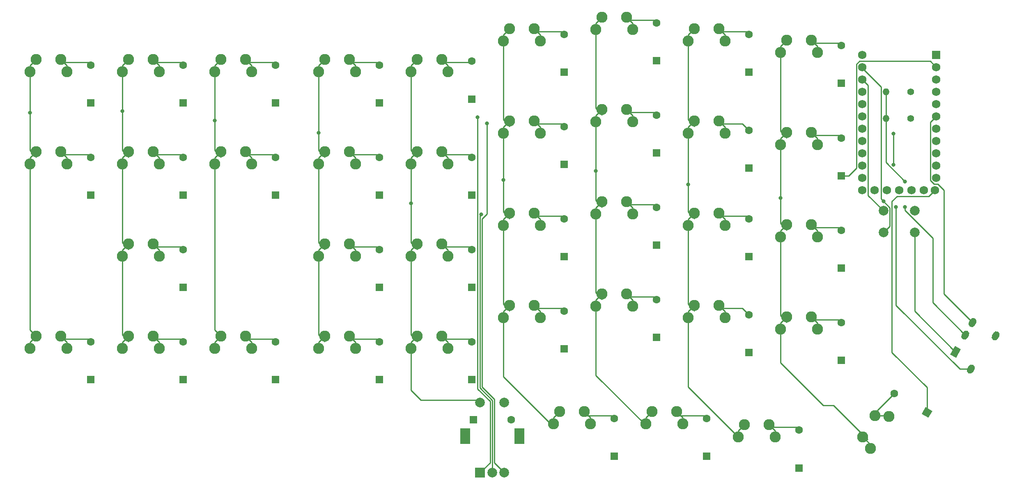
<source format=gbr>
%TF.GenerationSoftware,KiCad,Pcbnew,(5.1.9-0-10_14)*%
%TF.CreationDate,2021-04-25T18:42:27-05:00*%
%TF.ProjectId,wren-nav,7772656e-2d6e-4617-962e-6b696361645f,rev?*%
%TF.SameCoordinates,Original*%
%TF.FileFunction,Copper,L1,Top*%
%TF.FilePolarity,Positive*%
%FSLAX46Y46*%
G04 Gerber Fmt 4.6, Leading zero omitted, Abs format (unit mm)*
G04 Created by KiCad (PCBNEW (5.1.9-0-10_14)) date 2021-04-25 18:42:27*
%MOMM*%
%LPD*%
G01*
G04 APERTURE LIST*
%TA.AperFunction,ComponentPad*%
%ADD10C,1.752600*%
%TD*%
%TA.AperFunction,ComponentPad*%
%ADD11R,1.752600X1.752600*%
%TD*%
%TA.AperFunction,ComponentPad*%
%ADD12C,2.286000*%
%TD*%
%TA.AperFunction,ComponentPad*%
%ADD13C,1.600000*%
%TD*%
%TA.AperFunction,ComponentPad*%
%ADD14R,1.600000X1.600000*%
%TD*%
%TA.AperFunction,ComponentPad*%
%ADD15O,1.400000X1.400000*%
%TD*%
%TA.AperFunction,ComponentPad*%
%ADD16C,1.400000*%
%TD*%
%TA.AperFunction,ComponentPad*%
%ADD17C,0.100000*%
%TD*%
%TA.AperFunction,ComponentPad*%
%ADD18C,2.000000*%
%TD*%
%TA.AperFunction,ComponentPad*%
%ADD19R,2.000000X3.200000*%
%TD*%
%TA.AperFunction,ComponentPad*%
%ADD20R,2.000000X2.000000*%
%TD*%
%TA.AperFunction,ViaPad*%
%ADD21C,0.800000*%
%TD*%
%TA.AperFunction,Conductor*%
%ADD22C,0.250000*%
%TD*%
G04 APERTURE END LIST*
D10*
%TO.P,U1,25*%
%TO.N,Net-(U1-Pad25)*%
X246380000Y-58420000D03*
%TO.P,U1,26*%
%TO.N,Net-(U1-Pad26)*%
X243840000Y-58420000D03*
%TO.P,U1,27*%
%TO.N,Net-(U1-Pad27)*%
X241300000Y-58420000D03*
%TO.P,U1,28*%
%TO.N,Net-(U1-Pad28)*%
X238760000Y-58420000D03*
%TO.P,U1,29*%
%TO.N,Net-(U1-Pad29)*%
X236220000Y-58420000D03*
%TO.P,U1,24*%
%TO.N,Net-(U1-Pad24)*%
X233680000Y-30480000D03*
%TO.P,U1,12*%
%TO.N,ROW4*%
X248691400Y-58420000D03*
%TO.P,U1,23*%
%TO.N,GND*%
X233680000Y-33020000D03*
%TO.P,U1,22*%
%TO.N,Net-(SW0-Pad1)*%
X233680000Y-35560000D03*
%TO.P,U1,21*%
%TO.N,VCC*%
X233680000Y-38100000D03*
%TO.P,U1,20*%
%TO.N,COL7*%
X233680000Y-40640000D03*
%TO.P,U1,19*%
%TO.N,COL6*%
X233680000Y-43180000D03*
%TO.P,U1,18*%
%TO.N,COL5*%
X233680000Y-45720000D03*
%TO.P,U1,17*%
%TO.N,COL4*%
X233680000Y-48260000D03*
%TO.P,U1,16*%
%TO.N,COL3*%
X233680000Y-50800000D03*
%TO.P,U1,15*%
%TO.N,COL2*%
X233680000Y-53340000D03*
%TO.P,U1,14*%
%TO.N,COL1*%
X233680000Y-55880000D03*
%TO.P,U1,13*%
%TO.N,COL0*%
X233680000Y-58420000D03*
%TO.P,U1,11*%
%TO.N,RIGHT*%
X248920000Y-55880000D03*
%TO.P,U1,10*%
%TO.N,LEFT*%
X248920000Y-53340000D03*
%TO.P,U1,9*%
%TO.N,COL8*%
X248920000Y-50800000D03*
%TO.P,U1,8*%
%TO.N,ROW2*%
X248920000Y-48260000D03*
%TO.P,U1,7*%
%TO.N,ROW3*%
X248920000Y-45720000D03*
%TO.P,U1,6*%
%TO.N,SCL*%
X248920000Y-43180000D03*
%TO.P,U1,5*%
%TO.N,SDA*%
X248920000Y-40640000D03*
%TO.P,U1,4*%
%TO.N,Net-(U1-Pad4)*%
X248920000Y-38100000D03*
%TO.P,U1,3*%
%TO.N,Net-(U1-Pad3)*%
X248920000Y-35560000D03*
%TO.P,U1,2*%
%TO.N,ROW1*%
X248920000Y-33020000D03*
D11*
%TO.P,U1,1*%
%TO.N,ROW0*%
X248920000Y-30480000D03*
%TD*%
D12*
%TO.P,MX9,1*%
%TO.N,COL8*%
X62071250Y-33972500D03*
%TO.P,MX9,2*%
%TO.N,Net-(D9-Pad2)*%
X68421250Y-31432500D03*
%TO.P,MX9,1*%
%TO.N,COL8*%
X63341250Y-31432500D03*
%TO.P,MX9,2*%
%TO.N,Net-(D9-Pad2)*%
X69691250Y-33972500D03*
%TD*%
%TO.P,MX39,1*%
%TO.N,COL8*%
X62071250Y-91122500D03*
%TO.P,MX39,2*%
%TO.N,Net-(D39-Pad2)*%
X68421250Y-88582500D03*
%TO.P,MX39,1*%
%TO.N,COL8*%
X63341250Y-88582500D03*
%TO.P,MX39,2*%
%TO.N,Net-(D39-Pad2)*%
X69691250Y-91122500D03*
%TD*%
%TO.P,MX41,1*%
%TO.N,COL0*%
X235379295Y-111789307D03*
%TO.P,MX41,2*%
%TO.N,Net-(D41-Pad2)*%
X236354591Y-105020045D03*
%TO.P,MX41,1*%
%TO.N,COL0*%
X233814591Y-109419455D03*
%TO.P,MX41,2*%
%TO.N,Net-(D41-Pad2)*%
X239189295Y-105190193D03*
%TD*%
%TO.P,MX15,1*%
%TO.N,COL4*%
X140652500Y-53022500D03*
%TO.P,MX15,2*%
%TO.N,Net-(D15-Pad2)*%
X147002500Y-50482500D03*
%TO.P,MX15,1*%
%TO.N,COL4*%
X141922500Y-50482500D03*
%TO.P,MX15,2*%
%TO.N,Net-(D15-Pad2)*%
X148272500Y-53022500D03*
%TD*%
%TO.P,MX44,1*%
%TO.N,COL3*%
X170015000Y-106711750D03*
%TO.P,MX44,2*%
%TO.N,Net-(D44-Pad2)*%
X176365000Y-104171750D03*
%TO.P,MX44,1*%
%TO.N,COL3*%
X171285000Y-104171750D03*
%TO.P,MX44,2*%
%TO.N,Net-(D44-Pad2)*%
X177635000Y-106711750D03*
%TD*%
%TO.P,MX43,1*%
%TO.N,COL2*%
X189065000Y-106711750D03*
%TO.P,MX43,2*%
%TO.N,Net-(D43-Pad2)*%
X195415000Y-104171750D03*
%TO.P,MX43,1*%
%TO.N,COL2*%
X190335000Y-104171750D03*
%TO.P,MX43,2*%
%TO.N,Net-(D43-Pad2)*%
X196685000Y-106711750D03*
%TD*%
%TO.P,MX42,1*%
%TO.N,COL1*%
X208115000Y-109378750D03*
%TO.P,MX42,2*%
%TO.N,Net-(D42-Pad2)*%
X214465000Y-106838750D03*
%TO.P,MX42,1*%
%TO.N,COL1*%
X209385000Y-106838750D03*
%TO.P,MX42,2*%
%TO.N,Net-(D42-Pad2)*%
X215735000Y-109378750D03*
%TD*%
%TO.P,MX38,1*%
%TO.N,COL7*%
X81121250Y-91122500D03*
%TO.P,MX38,2*%
%TO.N,Net-(D38-Pad2)*%
X87471250Y-88582500D03*
%TO.P,MX38,1*%
%TO.N,COL7*%
X82391250Y-88582500D03*
%TO.P,MX38,2*%
%TO.N,Net-(D38-Pad2)*%
X88741250Y-91122500D03*
%TD*%
%TO.P,MX37,1*%
%TO.N,COL6*%
X100171250Y-91122500D03*
%TO.P,MX37,2*%
%TO.N,Net-(D37-Pad2)*%
X106521250Y-88582500D03*
%TO.P,MX37,1*%
%TO.N,COL6*%
X101441250Y-88582500D03*
%TO.P,MX37,2*%
%TO.N,Net-(D37-Pad2)*%
X107791250Y-91122500D03*
%TD*%
%TO.P,MX36,1*%
%TO.N,COL5*%
X121602500Y-91122500D03*
%TO.P,MX36,2*%
%TO.N,Net-(D36-Pad2)*%
X127952500Y-88582500D03*
%TO.P,MX36,1*%
%TO.N,COL5*%
X122872500Y-88582500D03*
%TO.P,MX36,2*%
%TO.N,Net-(D36-Pad2)*%
X129222500Y-91122500D03*
%TD*%
%TO.P,MX35,1*%
%TO.N,COL4*%
X140652500Y-91122500D03*
%TO.P,MX35,2*%
%TO.N,Net-(D35-Pad2)*%
X147002500Y-88582500D03*
%TO.P,MX35,1*%
%TO.N,COL4*%
X141922500Y-88582500D03*
%TO.P,MX35,2*%
%TO.N,Net-(D35-Pad2)*%
X148272500Y-91122500D03*
%TD*%
%TO.P,MX34,1*%
%TO.N,COL3*%
X159702500Y-84772500D03*
%TO.P,MX34,2*%
%TO.N,Net-(D34-Pad2)*%
X166052500Y-82232500D03*
%TO.P,MX34,1*%
%TO.N,COL3*%
X160972500Y-82232500D03*
%TO.P,MX34,2*%
%TO.N,Net-(D34-Pad2)*%
X167322500Y-84772500D03*
%TD*%
%TO.P,MX33,1*%
%TO.N,COL2*%
X178752500Y-82391250D03*
%TO.P,MX33,2*%
%TO.N,Net-(D33-Pad2)*%
X185102500Y-79851250D03*
%TO.P,MX33,1*%
%TO.N,COL2*%
X180022500Y-79851250D03*
%TO.P,MX33,2*%
%TO.N,Net-(D33-Pad2)*%
X186372500Y-82391250D03*
%TD*%
%TO.P,MX32,1*%
%TO.N,COL1*%
X197802500Y-84772500D03*
%TO.P,MX32,2*%
%TO.N,Net-(D32-Pad2)*%
X204152500Y-82232500D03*
%TO.P,MX32,1*%
%TO.N,COL1*%
X199072500Y-82232500D03*
%TO.P,MX32,2*%
%TO.N,Net-(D32-Pad2)*%
X205422500Y-84772500D03*
%TD*%
%TO.P,MX31,1*%
%TO.N,COL0*%
X216852500Y-87153750D03*
%TO.P,MX31,2*%
%TO.N,Net-(D31-Pad2)*%
X223202500Y-84613750D03*
%TO.P,MX31,1*%
%TO.N,COL0*%
X218122500Y-84613750D03*
%TO.P,MX31,2*%
%TO.N,Net-(D31-Pad2)*%
X224472500Y-87153750D03*
%TD*%
%TO.P,MX28,1*%
%TO.N,COL7*%
X81121250Y-72072500D03*
%TO.P,MX28,2*%
%TO.N,Net-(D28-Pad2)*%
X87471250Y-69532500D03*
%TO.P,MX28,1*%
%TO.N,COL7*%
X82391250Y-69532500D03*
%TO.P,MX28,2*%
%TO.N,Net-(D28-Pad2)*%
X88741250Y-72072500D03*
%TD*%
%TO.P,MX26,1*%
%TO.N,COL5*%
X121602500Y-72072500D03*
%TO.P,MX26,2*%
%TO.N,Net-(D26-Pad2)*%
X127952500Y-69532500D03*
%TO.P,MX26,1*%
%TO.N,COL5*%
X122872500Y-69532500D03*
%TO.P,MX26,2*%
%TO.N,Net-(D26-Pad2)*%
X129222500Y-72072500D03*
%TD*%
%TO.P,MX25,1*%
%TO.N,COL4*%
X140652500Y-72072500D03*
%TO.P,MX25,2*%
%TO.N,Net-(D25-Pad2)*%
X147002500Y-69532500D03*
%TO.P,MX25,1*%
%TO.N,COL4*%
X141922500Y-69532500D03*
%TO.P,MX25,2*%
%TO.N,Net-(D25-Pad2)*%
X148272500Y-72072500D03*
%TD*%
%TO.P,MX24,1*%
%TO.N,COL3*%
X159702500Y-65722500D03*
%TO.P,MX24,2*%
%TO.N,Net-(D24-Pad2)*%
X166052500Y-63182500D03*
%TO.P,MX24,1*%
%TO.N,COL3*%
X160972500Y-63182500D03*
%TO.P,MX24,2*%
%TO.N,Net-(D24-Pad2)*%
X167322500Y-65722500D03*
%TD*%
%TO.P,MX23,1*%
%TO.N,COL2*%
X178752500Y-63341250D03*
%TO.P,MX23,2*%
%TO.N,Net-(D23-Pad2)*%
X185102500Y-60801250D03*
%TO.P,MX23,1*%
%TO.N,COL2*%
X180022500Y-60801250D03*
%TO.P,MX23,2*%
%TO.N,Net-(D23-Pad2)*%
X186372500Y-63341250D03*
%TD*%
%TO.P,MX22,1*%
%TO.N,COL1*%
X197802500Y-65722500D03*
%TO.P,MX22,2*%
%TO.N,Net-(D22-Pad2)*%
X204152500Y-63182500D03*
%TO.P,MX22,1*%
%TO.N,COL1*%
X199072500Y-63182500D03*
%TO.P,MX22,2*%
%TO.N,Net-(D22-Pad2)*%
X205422500Y-65722500D03*
%TD*%
%TO.P,MX21,1*%
%TO.N,COL0*%
X216852500Y-68103750D03*
%TO.P,MX21,2*%
%TO.N,Net-(D21-Pad2)*%
X223202500Y-65563750D03*
%TO.P,MX21,1*%
%TO.N,COL0*%
X218122500Y-65563750D03*
%TO.P,MX21,2*%
%TO.N,Net-(D21-Pad2)*%
X224472500Y-68103750D03*
%TD*%
%TO.P,MX19,1*%
%TO.N,COL8*%
X62071250Y-53022500D03*
%TO.P,MX19,2*%
%TO.N,Net-(D19-Pad2)*%
X68421250Y-50482500D03*
%TO.P,MX19,1*%
%TO.N,COL8*%
X63341250Y-50482500D03*
%TO.P,MX19,2*%
%TO.N,Net-(D19-Pad2)*%
X69691250Y-53022500D03*
%TD*%
%TO.P,MX18,1*%
%TO.N,COL7*%
X81121250Y-53022500D03*
%TO.P,MX18,2*%
%TO.N,Net-(D18-Pad2)*%
X87471250Y-50482500D03*
%TO.P,MX18,1*%
%TO.N,COL7*%
X82391250Y-50482500D03*
%TO.P,MX18,2*%
%TO.N,Net-(D18-Pad2)*%
X88741250Y-53022500D03*
%TD*%
%TO.P,MX17,1*%
%TO.N,COL6*%
X100171250Y-53022500D03*
%TO.P,MX17,2*%
%TO.N,Net-(D17-Pad2)*%
X106521250Y-50482500D03*
%TO.P,MX17,1*%
%TO.N,COL6*%
X101441250Y-50482500D03*
%TO.P,MX17,2*%
%TO.N,Net-(D17-Pad2)*%
X107791250Y-53022500D03*
%TD*%
%TO.P,MX16,1*%
%TO.N,COL5*%
X121602500Y-53022500D03*
%TO.P,MX16,2*%
%TO.N,Net-(D16-Pad2)*%
X127952500Y-50482500D03*
%TO.P,MX16,1*%
%TO.N,COL5*%
X122872500Y-50482500D03*
%TO.P,MX16,2*%
%TO.N,Net-(D16-Pad2)*%
X129222500Y-53022500D03*
%TD*%
%TO.P,MX14,1*%
%TO.N,COL3*%
X159702500Y-46672500D03*
%TO.P,MX14,2*%
%TO.N,Net-(D14-Pad2)*%
X166052500Y-44132500D03*
%TO.P,MX14,1*%
%TO.N,COL3*%
X160972500Y-44132500D03*
%TO.P,MX14,2*%
%TO.N,Net-(D14-Pad2)*%
X167322500Y-46672500D03*
%TD*%
%TO.P,MX13,1*%
%TO.N,COL2*%
X178752500Y-44291250D03*
%TO.P,MX13,2*%
%TO.N,Net-(D13-Pad2)*%
X185102500Y-41751250D03*
%TO.P,MX13,1*%
%TO.N,COL2*%
X180022500Y-41751250D03*
%TO.P,MX13,2*%
%TO.N,Net-(D13-Pad2)*%
X186372500Y-44291250D03*
%TD*%
%TO.P,MX12,1*%
%TO.N,COL1*%
X197802500Y-46672500D03*
%TO.P,MX12,2*%
%TO.N,Net-(D12-Pad2)*%
X204152500Y-44132500D03*
%TO.P,MX12,1*%
%TO.N,COL1*%
X199072500Y-44132500D03*
%TO.P,MX12,2*%
%TO.N,Net-(D12-Pad2)*%
X205422500Y-46672500D03*
%TD*%
%TO.P,MX11,1*%
%TO.N,COL0*%
X216852500Y-49053750D03*
%TO.P,MX11,2*%
%TO.N,Net-(D11-Pad2)*%
X223202500Y-46513750D03*
%TO.P,MX11,1*%
%TO.N,COL0*%
X218122500Y-46513750D03*
%TO.P,MX11,2*%
%TO.N,Net-(D11-Pad2)*%
X224472500Y-49053750D03*
%TD*%
%TO.P,MX8,1*%
%TO.N,COL7*%
X81121250Y-33972500D03*
%TO.P,MX8,2*%
%TO.N,Net-(D8-Pad2)*%
X87471250Y-31432500D03*
%TO.P,MX8,1*%
%TO.N,COL7*%
X82391250Y-31432500D03*
%TO.P,MX8,2*%
%TO.N,Net-(D8-Pad2)*%
X88741250Y-33972500D03*
%TD*%
%TO.P,MX7,1*%
%TO.N,COL6*%
X100171250Y-33972500D03*
%TO.P,MX7,2*%
%TO.N,Net-(D7-Pad2)*%
X106521250Y-31432500D03*
%TO.P,MX7,1*%
%TO.N,COL6*%
X101441250Y-31432500D03*
%TO.P,MX7,2*%
%TO.N,Net-(D7-Pad2)*%
X107791250Y-33972500D03*
%TD*%
%TO.P,MX6,1*%
%TO.N,COL5*%
X121602500Y-33972500D03*
%TO.P,MX6,2*%
%TO.N,Net-(D6-Pad2)*%
X127952500Y-31432500D03*
%TO.P,MX6,1*%
%TO.N,COL5*%
X122872500Y-31432500D03*
%TO.P,MX6,2*%
%TO.N,Net-(D6-Pad2)*%
X129222500Y-33972500D03*
%TD*%
%TO.P,MX5,1*%
%TO.N,COL4*%
X140652500Y-33972500D03*
%TO.P,MX5,2*%
%TO.N,Net-(D5-Pad2)*%
X147002500Y-31432500D03*
%TO.P,MX5,1*%
%TO.N,COL4*%
X141922500Y-31432500D03*
%TO.P,MX5,2*%
%TO.N,Net-(D5-Pad2)*%
X148272500Y-33972500D03*
%TD*%
%TO.P,MX4,1*%
%TO.N,COL3*%
X159702500Y-27622500D03*
%TO.P,MX4,2*%
%TO.N,Net-(D4-Pad2)*%
X166052500Y-25082500D03*
%TO.P,MX4,1*%
%TO.N,COL3*%
X160972500Y-25082500D03*
%TO.P,MX4,2*%
%TO.N,Net-(D4-Pad2)*%
X167322500Y-27622500D03*
%TD*%
%TO.P,MX3,1*%
%TO.N,COL2*%
X178752500Y-25241250D03*
%TO.P,MX3,2*%
%TO.N,Net-(D3-Pad2)*%
X185102500Y-22701250D03*
%TO.P,MX3,1*%
%TO.N,COL2*%
X180022500Y-22701250D03*
%TO.P,MX3,2*%
%TO.N,Net-(D3-Pad2)*%
X186372500Y-25241250D03*
%TD*%
%TO.P,MX2,1*%
%TO.N,COL1*%
X197802500Y-27622500D03*
%TO.P,MX2,2*%
%TO.N,Net-(D2-Pad2)*%
X204152500Y-25082500D03*
%TO.P,MX2,1*%
%TO.N,COL1*%
X199072500Y-25082500D03*
%TO.P,MX2,2*%
%TO.N,Net-(D2-Pad2)*%
X205422500Y-27622500D03*
%TD*%
%TO.P,MX1,1*%
%TO.N,COL0*%
X216852500Y-30003750D03*
%TO.P,MX1,2*%
%TO.N,Net-(D1-Pad2)*%
X223202500Y-27463750D03*
%TO.P,MX1,1*%
%TO.N,COL0*%
X218122500Y-27463750D03*
%TO.P,MX1,2*%
%TO.N,Net-(D1-Pad2)*%
X224472500Y-30003750D03*
%TD*%
D13*
%TO.P,D43,2*%
%TO.N,Net-(D43-Pad2)*%
X201609500Y-105637500D03*
D14*
%TO.P,D43,1*%
%TO.N,ROW4*%
X201609500Y-113437500D03*
%TD*%
D15*
%TO.P,R2,2*%
%TO.N,VCC*%
X238585000Y-43656250D03*
D16*
%TO.P,R2,1*%
%TO.N,SCL*%
X243665000Y-43656250D03*
%TD*%
D15*
%TO.P,R1,2*%
%TO.N,VCC*%
X238585000Y-38100000D03*
D16*
%TO.P,R1,1*%
%TO.N,SDA*%
X243665000Y-38100000D03*
%TD*%
D13*
%TO.P,D45,2*%
%TO.N,ENC1-IN*%
X161342000Y-105822750D03*
D14*
%TO.P,D45,1*%
%TO.N,ROW4*%
X153542000Y-105822750D03*
%TD*%
D13*
%TO.P,D44,2*%
%TO.N,Net-(D44-Pad2)*%
X182562500Y-105637500D03*
D14*
%TO.P,D44,1*%
%TO.N,ROW4*%
X182562500Y-113437500D03*
%TD*%
D13*
%TO.P,D42,2*%
%TO.N,Net-(D42-Pad2)*%
X220653500Y-108018750D03*
D14*
%TO.P,D42,1*%
%TO.N,ROW4*%
X220653500Y-115818750D03*
%TD*%
D13*
%TO.P,D41,2*%
%TO.N,Net-(D41-Pad2)*%
X240290501Y-100443750D03*
%TA.AperFunction,ComponentPad*%
D17*
%TO.P,D41,1*%
%TO.N,ROW4*%
G36*
X248138319Y-104050930D02*
G01*
X247338319Y-105436570D01*
X245952679Y-104636570D01*
X246752679Y-103250930D01*
X248138319Y-104050930D01*
G37*
%TD.AperFunction*%
%TD*%
D13*
%TO.P,D39,2*%
%TO.N,Net-(D39-Pad2)*%
X74649500Y-89762500D03*
D14*
%TO.P,D39,1*%
%TO.N,ROW3*%
X74649500Y-97562500D03*
%TD*%
D13*
%TO.P,D38,2*%
%TO.N,Net-(D38-Pad2)*%
X93693500Y-89750000D03*
D14*
%TO.P,D38,1*%
%TO.N,ROW3*%
X93693500Y-97550000D03*
%TD*%
D13*
%TO.P,D37,2*%
%TO.N,Net-(D37-Pad2)*%
X112737500Y-89762500D03*
D14*
%TO.P,D37,1*%
%TO.N,ROW3*%
X112737500Y-97562500D03*
%TD*%
D13*
%TO.P,D36,2*%
%TO.N,Net-(D36-Pad2)*%
X134162000Y-89762500D03*
D14*
%TO.P,D36,1*%
%TO.N,ROW3*%
X134162000Y-97562500D03*
%TD*%
D13*
%TO.P,D35,2*%
%TO.N,Net-(D35-Pad2)*%
X153206000Y-89762500D03*
D14*
%TO.P,D35,1*%
%TO.N,ROW3*%
X153206000Y-97562500D03*
%TD*%
D13*
%TO.P,D34,2*%
%TO.N,Net-(D34-Pad2)*%
X172250000Y-83412500D03*
D14*
%TO.P,D34,1*%
%TO.N,ROW3*%
X172250000Y-91212500D03*
%TD*%
D13*
%TO.P,D33,2*%
%TO.N,Net-(D33-Pad2)*%
X191294000Y-81031250D03*
D14*
%TO.P,D33,1*%
%TO.N,ROW3*%
X191294000Y-88831250D03*
%TD*%
D13*
%TO.P,D32,2*%
%TO.N,Net-(D32-Pad2)*%
X210338000Y-84206250D03*
D14*
%TO.P,D32,1*%
%TO.N,ROW3*%
X210338000Y-92006250D03*
%TD*%
D13*
%TO.P,D31,2*%
%TO.N,Net-(D31-Pad2)*%
X229382000Y-85793750D03*
D14*
%TO.P,D31,1*%
%TO.N,ROW3*%
X229382000Y-93593750D03*
%TD*%
D13*
%TO.P,D28,2*%
%TO.N,Net-(D28-Pad2)*%
X93693500Y-70712500D03*
D14*
%TO.P,D28,1*%
%TO.N,ROW2*%
X93693500Y-78512500D03*
%TD*%
D13*
%TO.P,D26,2*%
%TO.N,Net-(D26-Pad2)*%
X134162000Y-70712500D03*
D14*
%TO.P,D26,1*%
%TO.N,ROW2*%
X134162000Y-78512500D03*
%TD*%
D13*
%TO.P,D25,2*%
%TO.N,Net-(D25-Pad2)*%
X153206000Y-70712500D03*
D14*
%TO.P,D25,1*%
%TO.N,ROW2*%
X153206000Y-78512500D03*
%TD*%
D13*
%TO.P,D24,2*%
%TO.N,Net-(D24-Pad2)*%
X172250000Y-64362500D03*
D14*
%TO.P,D24,1*%
%TO.N,ROW2*%
X172250000Y-72162500D03*
%TD*%
D13*
%TO.P,D23,2*%
%TO.N,Net-(D23-Pad2)*%
X191294000Y-61981250D03*
D14*
%TO.P,D23,1*%
%TO.N,ROW2*%
X191294000Y-69781250D03*
%TD*%
D13*
%TO.P,D22,2*%
%TO.N,Net-(D22-Pad2)*%
X210338000Y-64362500D03*
D14*
%TO.P,D22,1*%
%TO.N,ROW2*%
X210338000Y-72162500D03*
%TD*%
D13*
%TO.P,D21,2*%
%TO.N,Net-(D21-Pad2)*%
X229382000Y-66743750D03*
D14*
%TO.P,D21,1*%
%TO.N,ROW2*%
X229382000Y-74543750D03*
%TD*%
D13*
%TO.P,D19,2*%
%TO.N,Net-(D19-Pad2)*%
X74649500Y-51662500D03*
D14*
%TO.P,D19,1*%
%TO.N,ROW1*%
X74649500Y-59462500D03*
%TD*%
D13*
%TO.P,D18,2*%
%TO.N,Net-(D18-Pad2)*%
X93693500Y-51662500D03*
D14*
%TO.P,D18,1*%
%TO.N,ROW1*%
X93693500Y-59462500D03*
%TD*%
D13*
%TO.P,D17,2*%
%TO.N,Net-(D17-Pad2)*%
X112737500Y-51662500D03*
D14*
%TO.P,D17,1*%
%TO.N,ROW1*%
X112737500Y-59462500D03*
%TD*%
D13*
%TO.P,D16,2*%
%TO.N,Net-(D16-Pad2)*%
X134162000Y-51662500D03*
D14*
%TO.P,D16,1*%
%TO.N,ROW1*%
X134162000Y-59462500D03*
%TD*%
D13*
%TO.P,D15,2*%
%TO.N,Net-(D15-Pad2)*%
X153206000Y-51662500D03*
D14*
%TO.P,D15,1*%
%TO.N,ROW1*%
X153206000Y-59462500D03*
%TD*%
D13*
%TO.P,D14,2*%
%TO.N,Net-(D14-Pad2)*%
X172250000Y-45312500D03*
D14*
%TO.P,D14,1*%
%TO.N,ROW1*%
X172250000Y-53112500D03*
%TD*%
D13*
%TO.P,D13,2*%
%TO.N,Net-(D13-Pad2)*%
X191294000Y-42931250D03*
D14*
%TO.P,D13,1*%
%TO.N,ROW1*%
X191294000Y-50731250D03*
%TD*%
D13*
%TO.P,D12,2*%
%TO.N,Net-(D12-Pad2)*%
X210338000Y-46106250D03*
D14*
%TO.P,D12,1*%
%TO.N,ROW1*%
X210338000Y-53906250D03*
%TD*%
D13*
%TO.P,D11,2*%
%TO.N,Net-(D11-Pad2)*%
X229382000Y-47693750D03*
D14*
%TO.P,D11,1*%
%TO.N,ROW1*%
X229382000Y-55493750D03*
%TD*%
D13*
%TO.P,D9,2*%
%TO.N,Net-(D9-Pad2)*%
X74649500Y-32612500D03*
D14*
%TO.P,D9,1*%
%TO.N,ROW0*%
X74649500Y-40412500D03*
%TD*%
D13*
%TO.P,D8,2*%
%TO.N,Net-(D8-Pad2)*%
X93693500Y-32612500D03*
D14*
%TO.P,D8,1*%
%TO.N,ROW0*%
X93693500Y-40412500D03*
%TD*%
D13*
%TO.P,D7,2*%
%TO.N,Net-(D7-Pad2)*%
X112737500Y-32612500D03*
D14*
%TO.P,D7,1*%
%TO.N,ROW0*%
X112737500Y-40412500D03*
%TD*%
D13*
%TO.P,D6,2*%
%TO.N,Net-(D6-Pad2)*%
X134162000Y-32612500D03*
D14*
%TO.P,D6,1*%
%TO.N,ROW0*%
X134162000Y-40412500D03*
%TD*%
D13*
%TO.P,D5,2*%
%TO.N,Net-(D5-Pad2)*%
X153206000Y-31818750D03*
D14*
%TO.P,D5,1*%
%TO.N,ROW0*%
X153206000Y-39618750D03*
%TD*%
D13*
%TO.P,D4,2*%
%TO.N,Net-(D4-Pad2)*%
X172250000Y-26262500D03*
D14*
%TO.P,D4,1*%
%TO.N,ROW0*%
X172250000Y-34062500D03*
%TD*%
D13*
%TO.P,D3,2*%
%TO.N,Net-(D3-Pad2)*%
X191294000Y-23881250D03*
D14*
%TO.P,D3,1*%
%TO.N,ROW0*%
X191294000Y-31681250D03*
%TD*%
D13*
%TO.P,D2,2*%
%TO.N,Net-(D2-Pad2)*%
X210338000Y-26262500D03*
D14*
%TO.P,D2,1*%
%TO.N,ROW0*%
X210338000Y-34062500D03*
%TD*%
D13*
%TO.P,D1,2*%
%TO.N,Net-(D1-Pad2)*%
X229382000Y-28581250D03*
D14*
%TO.P,D1,1*%
%TO.N,ROW0*%
X229382000Y-36381250D03*
%TD*%
D18*
%TO.P,ENC1,S1*%
%TO.N,ENC1-IN*%
X159902000Y-102266750D03*
%TO.P,ENC1,S2*%
%TO.N,COL4*%
X154902000Y-102266750D03*
D19*
%TO.P,ENC1,MP*%
%TO.N,N/C*%
X163002000Y-109266750D03*
X151802000Y-109266750D03*
D18*
%TO.P,ENC1,B*%
%TO.N,RIGHT*%
X159902000Y-116766750D03*
%TO.P,ENC1,C*%
%TO.N,GND*%
X157402000Y-116766750D03*
D20*
%TO.P,ENC1,A*%
%TO.N,LEFT*%
X154902000Y-116766750D03*
%TD*%
D18*
%TO.P,SW0,1*%
%TO.N,Net-(SW0-Pad1)*%
X244561500Y-62706250D03*
%TO.P,SW0,2*%
%TO.N,GND*%
X244561500Y-67206250D03*
%TO.P,SW0,1*%
%TO.N,Net-(SW0-Pad1)*%
X238061500Y-62706250D03*
%TO.P,SW0,2*%
%TO.N,GND*%
X238061500Y-67206250D03*
%TD*%
%TO.P,J1,R2*%
%TO.N,SCL*%
%TA.AperFunction,ComponentPad*%
G36*
G01*
X256946000Y-84924546D02*
X256946000Y-84924546D01*
G75*
G02*
X257202218Y-85880764I-350000J-606218D01*
G01*
X256902218Y-86400380D01*
G75*
G02*
X255946000Y-86656598I-606218J350000D01*
G01*
X255946000Y-86656598D01*
G75*
G02*
X255689782Y-85700380I350000J606218D01*
G01*
X255989782Y-85180764D01*
G75*
G02*
X256946000Y-84924546I606218J-350000D01*
G01*
G37*
%TD.AperFunction*%
%TO.P,J1,R1*%
%TO.N,VCC*%
%TA.AperFunction,ComponentPad*%
G36*
G01*
X255446000Y-87522622D02*
X255446000Y-87522622D01*
G75*
G02*
X255702218Y-88478840I-350000J-606218D01*
G01*
X255402218Y-88998456D01*
G75*
G02*
X254446000Y-89254674I-606218J350000D01*
G01*
X254446000Y-89254674D01*
G75*
G02*
X254189782Y-88298456I350000J606218D01*
G01*
X254489782Y-87778840D01*
G75*
G02*
X255446000Y-87522622I606218J-350000D01*
G01*
G37*
%TD.AperFunction*%
%TA.AperFunction,ComponentPad*%
D17*
%TO.P,J1,T*%
%TO.N,GND*%
G36*
X252839782Y-90636725D02*
G01*
X254052218Y-91336725D01*
X253052218Y-93068775D01*
X251839782Y-92368775D01*
X252839782Y-90636725D01*
G37*
%TD.AperFunction*%
%TO.P,J1,S*%
%TO.N,SDA*%
%TA.AperFunction,ComponentPad*%
G36*
G01*
X256593114Y-94535762D02*
X256593114Y-94535762D01*
G75*
G02*
X256849332Y-95491980I-350000J-606218D01*
G01*
X256549332Y-96011596D01*
G75*
G02*
X255593114Y-96267814I-606218J350000D01*
G01*
X255593114Y-96267814D01*
G75*
G02*
X255336896Y-95311596I350000J606218D01*
G01*
X255636896Y-94791980D01*
G75*
G02*
X256593114Y-94535762I606218J-350000D01*
G01*
G37*
%TD.AperFunction*%
%TO.P,J1,*%
%TO.N,*%
%TA.AperFunction,ComponentPad*%
G36*
G01*
X261709140Y-87674546D02*
X261709140Y-87674546D01*
G75*
G02*
X261965358Y-88630764I-350000J-606218D01*
G01*
X261665358Y-89150380D01*
G75*
G02*
X260709140Y-89406598I-606218J350000D01*
G01*
X260709140Y-89406598D01*
G75*
G02*
X260452922Y-88450380I350000J606218D01*
G01*
X260752922Y-87930764D01*
G75*
G02*
X261709140Y-87674546I606218J-350000D01*
G01*
G37*
%TD.AperFunction*%
%TD*%
D21*
%TO.N,COL0*%
X216852500Y-60026279D03*
%TO.N,COL1*%
X197802500Y-57283250D03*
%TO.N,COL2*%
X178752500Y-54489250D03*
%TO.N,COL3*%
X159702500Y-56318250D03*
%TO.N,COL4*%
X140652500Y-61144250D03*
%TO.N,COL5*%
X121602500Y-46615250D03*
%TO.N,COL6*%
X100171250Y-44045011D03*
%TO.N,COL7*%
X81121250Y-42075000D03*
%TO.N,COL8*%
X62071250Y-42456000D03*
%TO.N,VCC*%
X242532000Y-56673750D03*
X242532000Y-61880750D03*
%TO.N,SDA*%
X240119000Y-46767750D03*
X240627000Y-61880750D03*
X240123653Y-53240097D03*
%TO.N,GND*%
X238070501Y-60754249D03*
X155119000Y-63476858D03*
%TO.N,LEFT*%
X154394000Y-43338750D03*
%TO.N,RIGHT*%
X156299000Y-44608750D03*
%TD*%
D22*
%TO.N,Net-(D1-Pad2)*%
X228844500Y-28043750D02*
X229382000Y-28581250D01*
X223162500Y-28043750D02*
X228844500Y-28043750D01*
X224472500Y-28733750D02*
X224472500Y-30003750D01*
X223202500Y-27463750D02*
X224472500Y-28733750D01*
%TO.N,Net-(D2-Pad2)*%
X209738000Y-25662500D02*
X210338000Y-26262500D01*
X204112500Y-25662500D02*
X209738000Y-25662500D01*
X205422500Y-26352500D02*
X205422500Y-27622500D01*
X204152500Y-25082500D02*
X205422500Y-26352500D01*
%TO.N,Net-(D3-Pad2)*%
X190694000Y-23281250D02*
X191294000Y-23881250D01*
X185062500Y-23281250D02*
X190694000Y-23281250D01*
X186372500Y-23971250D02*
X186372500Y-25241250D01*
X185102500Y-22701250D02*
X186372500Y-23971250D01*
%TO.N,Net-(D4-Pad2)*%
X171650000Y-25662500D02*
X172250000Y-26262500D01*
X166012500Y-25662500D02*
X171650000Y-25662500D01*
X167322500Y-26352500D02*
X167322500Y-27622500D01*
X166052500Y-25082500D02*
X167322500Y-26352500D01*
%TO.N,Net-(D5-Pad2)*%
X146962500Y-32012500D02*
X152606000Y-32012500D01*
X148272500Y-32702500D02*
X148272500Y-33972500D01*
X147002500Y-31432500D02*
X148272500Y-32702500D01*
%TO.N,Net-(D6-Pad2)*%
X133562000Y-32012500D02*
X134162000Y-32612500D01*
X127912500Y-32012500D02*
X133562000Y-32012500D01*
X129222500Y-32702500D02*
X129222500Y-33972500D01*
X127952500Y-31432500D02*
X129222500Y-32702500D01*
%TO.N,Net-(D7-Pad2)*%
X112137500Y-32012500D02*
X112737500Y-32612500D01*
X106481250Y-32012500D02*
X112137500Y-32012500D01*
X107791250Y-32702500D02*
X107791250Y-33972500D01*
X106521250Y-31432500D02*
X107791250Y-32702500D01*
%TO.N,Net-(D8-Pad2)*%
X93093500Y-32012500D02*
X93693500Y-32612500D01*
X87431250Y-32012500D02*
X93093500Y-32012500D01*
X88741250Y-32702500D02*
X88741250Y-33972500D01*
X87471250Y-31432500D02*
X88741250Y-32702500D01*
%TO.N,Net-(D9-Pad2)*%
X74049500Y-32012500D02*
X74649500Y-32612500D01*
X68381250Y-32012500D02*
X74049500Y-32012500D01*
X69691250Y-32702500D02*
X69691250Y-33972500D01*
X68421250Y-31432500D02*
X69691250Y-32702500D01*
%TO.N,Net-(D11-Pad2)*%
X228782000Y-47093750D02*
X229382000Y-47693750D01*
X223162500Y-47093750D02*
X228782000Y-47093750D01*
X224472500Y-47783750D02*
X224472500Y-49053750D01*
X223202500Y-46513750D02*
X224472500Y-47783750D01*
%TO.N,ROW1*%
X229382000Y-55493750D02*
X230885000Y-55493750D01*
X230885000Y-55493750D02*
X232478699Y-53900051D01*
X233103375Y-31818699D02*
X247718699Y-31818699D01*
X247718699Y-31818699D02*
X248920000Y-33020000D01*
X232478699Y-32443375D02*
X233103375Y-31818699D01*
X232478699Y-53900051D02*
X232478699Y-32443375D01*
%TO.N,Net-(D12-Pad2)*%
X208944250Y-44712500D02*
X210338000Y-46106250D01*
X204112500Y-44712500D02*
X208944250Y-44712500D01*
X205422500Y-45402500D02*
X205422500Y-46672500D01*
X204152500Y-44132500D02*
X205422500Y-45402500D01*
%TO.N,Net-(D13-Pad2)*%
X190694000Y-42331250D02*
X191294000Y-42931250D01*
X185062500Y-42331250D02*
X190694000Y-42331250D01*
X186372500Y-43021250D02*
X186372500Y-44291250D01*
X185102500Y-41751250D02*
X186372500Y-43021250D01*
%TO.N,Net-(D14-Pad2)*%
X171650000Y-44712500D02*
X172250000Y-45312500D01*
X166012500Y-44712500D02*
X171650000Y-44712500D01*
X167322500Y-45402500D02*
X167322500Y-46672500D01*
X166052500Y-44132500D02*
X167322500Y-45402500D01*
%TO.N,Net-(D15-Pad2)*%
X152606000Y-51062500D02*
X153206000Y-51662500D01*
X146962500Y-51062500D02*
X152606000Y-51062500D01*
X148272500Y-51752500D02*
X148272500Y-53022500D01*
X147002500Y-50482500D02*
X148272500Y-51752500D01*
%TO.N,Net-(D16-Pad2)*%
X133562000Y-51062500D02*
X134162000Y-51662500D01*
X127912500Y-51062500D02*
X133562000Y-51062500D01*
X129222500Y-51752500D02*
X129222500Y-53022500D01*
X127952500Y-50482500D02*
X129222500Y-51752500D01*
%TO.N,Net-(D17-Pad2)*%
X112137500Y-51062500D02*
X112737500Y-51662500D01*
X106481250Y-51062500D02*
X112137500Y-51062500D01*
X107791250Y-51752500D02*
X107791250Y-53022500D01*
X106521250Y-50482500D02*
X107791250Y-51752500D01*
%TO.N,Net-(D18-Pad2)*%
X93093500Y-51062500D02*
X93693500Y-51662500D01*
X87431250Y-51062500D02*
X93093500Y-51062500D01*
X88741250Y-51752500D02*
X88741250Y-53022500D01*
X87471250Y-50482500D02*
X88741250Y-51752500D01*
%TO.N,Net-(D19-Pad2)*%
X74049500Y-51062500D02*
X74649500Y-51662500D01*
X68381250Y-51062500D02*
X74049500Y-51062500D01*
X69691250Y-51752500D02*
X69691250Y-53022500D01*
X68421250Y-50482500D02*
X69691250Y-51752500D01*
%TO.N,Net-(D21-Pad2)*%
X228782000Y-66143750D02*
X229382000Y-66743750D01*
X223162500Y-66143750D02*
X228782000Y-66143750D01*
X224472500Y-66833750D02*
X224472500Y-68103750D01*
X223202500Y-65563750D02*
X224472500Y-66833750D01*
%TO.N,Net-(D22-Pad2)*%
X209738000Y-63762500D02*
X210338000Y-64362500D01*
X204112500Y-63762500D02*
X209738000Y-63762500D01*
X205422500Y-64452500D02*
X205422500Y-65722500D01*
X204152500Y-63182500D02*
X205422500Y-64452500D01*
%TO.N,Net-(D23-Pad2)*%
X190694000Y-61381250D02*
X191294000Y-61981250D01*
X185062500Y-61381250D02*
X190694000Y-61381250D01*
X186372500Y-62071250D02*
X186372500Y-63341250D01*
X185102500Y-60801250D02*
X186372500Y-62071250D01*
%TO.N,Net-(D24-Pad2)*%
X171650000Y-63762500D02*
X172250000Y-64362500D01*
X166012500Y-63762500D02*
X171650000Y-63762500D01*
X167322500Y-64452500D02*
X167322500Y-65722500D01*
X166052500Y-63182500D02*
X167322500Y-64452500D01*
%TO.N,Net-(D25-Pad2)*%
X152606000Y-70112500D02*
X153206000Y-70712500D01*
X146962500Y-70112500D02*
X152606000Y-70112500D01*
X148272500Y-70802500D02*
X148272500Y-72072500D01*
X147002500Y-69532500D02*
X148272500Y-70802500D01*
%TO.N,Net-(D26-Pad2)*%
X133562000Y-70112500D02*
X134162000Y-70712500D01*
X127912500Y-70112500D02*
X133562000Y-70112500D01*
X129222500Y-70802500D02*
X129222500Y-72072500D01*
X127952500Y-69532500D02*
X129222500Y-70802500D01*
%TO.N,Net-(D28-Pad2)*%
X93093500Y-70112500D02*
X93693500Y-70712500D01*
X87431250Y-70112500D02*
X93093500Y-70112500D01*
X88741250Y-70802500D02*
X88741250Y-72072500D01*
X87471250Y-69532500D02*
X88741250Y-70802500D01*
%TO.N,Net-(D31-Pad2)*%
X228782000Y-85193750D02*
X229382000Y-85793750D01*
X223162500Y-85193750D02*
X228782000Y-85193750D01*
X224472500Y-85883750D02*
X224472500Y-87153750D01*
X223202500Y-84613750D02*
X224472500Y-85883750D01*
%TO.N,Net-(D32-Pad2)*%
X208944250Y-82812500D02*
X210338000Y-84206250D01*
X204112500Y-82812500D02*
X208944250Y-82812500D01*
X205422500Y-83502500D02*
X205422500Y-84772500D01*
X204152500Y-82232500D02*
X205422500Y-83502500D01*
%TO.N,Net-(D33-Pad2)*%
X190694000Y-80431250D02*
X191294000Y-81031250D01*
X185062500Y-80431250D02*
X190694000Y-80431250D01*
X186372500Y-81121250D02*
X186372500Y-82391250D01*
X185102500Y-79851250D02*
X186372500Y-81121250D01*
%TO.N,Net-(D34-Pad2)*%
X171650000Y-82812500D02*
X172250000Y-83412500D01*
X166012500Y-82812500D02*
X171650000Y-82812500D01*
X167322500Y-83502500D02*
X167322500Y-84772500D01*
X166052500Y-82232500D02*
X167322500Y-83502500D01*
%TO.N,Net-(D35-Pad2)*%
X152606000Y-89162500D02*
X153206000Y-89762500D01*
X146962500Y-89162500D02*
X152606000Y-89162500D01*
X148272500Y-89852500D02*
X148272500Y-91122500D01*
X147002500Y-88582500D02*
X148272500Y-89852500D01*
%TO.N,Net-(D36-Pad2)*%
X133562000Y-89162500D02*
X134162000Y-89762500D01*
X127912500Y-89162500D02*
X133562000Y-89162500D01*
X129222500Y-89852500D02*
X129222500Y-91122500D01*
X127952500Y-88582500D02*
X129222500Y-89852500D01*
%TO.N,Net-(D37-Pad2)*%
X112137500Y-89162500D02*
X112737500Y-89762500D01*
X106481250Y-89162500D02*
X112137500Y-89162500D01*
X107791250Y-89852500D02*
X107791250Y-91122500D01*
X106521250Y-88582500D02*
X107791250Y-89852500D01*
%TO.N,Net-(D38-Pad2)*%
X93106000Y-89162500D02*
X93693500Y-89750000D01*
X87431250Y-89162500D02*
X93106000Y-89162500D01*
X88741250Y-89852500D02*
X88741250Y-91122500D01*
X87471250Y-88582500D02*
X88741250Y-89852500D01*
%TO.N,Net-(D39-Pad2)*%
X74049500Y-89162500D02*
X74649500Y-89762500D01*
X68381250Y-89162500D02*
X74049500Y-89162500D01*
X69691250Y-89852500D02*
X69691250Y-91122500D01*
X68421250Y-88582500D02*
X69691250Y-89852500D01*
%TO.N,ROW4*%
X239836511Y-60766239D02*
X239836511Y-91951261D01*
X247045499Y-99160249D02*
X247045499Y-104343750D01*
X240881000Y-59721750D02*
X239836511Y-60766239D01*
X248691400Y-58420000D02*
X247389650Y-59721750D01*
X239836511Y-91951261D02*
X247045499Y-99160249D01*
X247389650Y-59721750D02*
X240881000Y-59721750D01*
%TO.N,Net-(D42-Pad2)*%
X220053500Y-107418750D02*
X220653500Y-108018750D01*
X214425000Y-107418750D02*
X220053500Y-107418750D01*
X215735000Y-108108750D02*
X215735000Y-109378750D01*
X214465000Y-106838750D02*
X215735000Y-108108750D01*
%TO.N,Net-(D43-Pad2)*%
X201009500Y-105037500D02*
X201609500Y-105637500D01*
X195381250Y-105037500D02*
X201009500Y-105037500D01*
X196685000Y-105441750D02*
X196685000Y-106711750D01*
X195415000Y-104171750D02*
X196685000Y-105441750D01*
%TO.N,Net-(D44-Pad2)*%
X181962500Y-105037500D02*
X182562500Y-105637500D01*
X176331250Y-105037500D02*
X181962500Y-105037500D01*
X177635000Y-105441750D02*
X177635000Y-106711750D01*
X176365000Y-104171750D02*
X177635000Y-105441750D01*
%TO.N,COL0*%
X216852500Y-46283750D02*
X218162500Y-47593750D01*
X216852500Y-65333750D02*
X218162500Y-66643750D01*
X216852500Y-84383750D02*
X218162500Y-85693750D01*
X216852500Y-68103750D02*
X216852500Y-84383750D01*
X216852500Y-30003750D02*
X216852500Y-46283750D01*
X227783333Y-102938249D02*
X234769898Y-109924814D01*
X225666297Y-102938249D02*
X227783333Y-102938249D01*
X216852500Y-94124452D02*
X225666297Y-102938249D01*
X216852500Y-87153750D02*
X216852500Y-94124452D01*
X216852500Y-49053750D02*
X216852500Y-65333750D01*
X235379295Y-110984159D02*
X235379295Y-111789307D01*
X233814591Y-109419455D02*
X235379295Y-110984159D01*
X216852500Y-85883750D02*
X216852500Y-87153750D01*
X218122500Y-84613750D02*
X216852500Y-85883750D01*
X216852500Y-66833750D02*
X216852500Y-68103750D01*
X218122500Y-65563750D02*
X216852500Y-66833750D01*
X216852500Y-47783750D02*
X216852500Y-49053750D01*
X218122500Y-46513750D02*
X216852500Y-47783750D01*
X216852500Y-28733750D02*
X216852500Y-30003750D01*
X218122500Y-27463750D02*
X216852500Y-28733750D01*
%TO.N,COL1*%
X197802500Y-43902500D02*
X199112500Y-45212500D01*
X197802500Y-62952500D02*
X199112500Y-64262500D01*
X197802500Y-82002500D02*
X199112500Y-83312500D01*
X197802500Y-65722500D02*
X197802500Y-82002500D01*
X197802500Y-27622500D02*
X197802500Y-43902500D01*
X197802500Y-99066250D02*
X208115000Y-109378750D01*
X197802500Y-84772500D02*
X197802500Y-99066250D01*
X197802500Y-57283250D02*
X197802500Y-62952500D01*
X197802500Y-46672500D02*
X197802500Y-57283250D01*
X208115000Y-108108750D02*
X208115000Y-109378750D01*
X209385000Y-106838750D02*
X208115000Y-108108750D01*
X197802500Y-83502500D02*
X197802500Y-84772500D01*
X199072500Y-82232500D02*
X197802500Y-83502500D01*
X197802500Y-45402500D02*
X197802500Y-46672500D01*
X199072500Y-44132500D02*
X197802500Y-45402500D01*
X197802500Y-26352500D02*
X197802500Y-27622500D01*
X199072500Y-25082500D02*
X197802500Y-26352500D01*
X197802500Y-64452500D02*
X197802500Y-65722500D01*
X199072500Y-63182500D02*
X197802500Y-64452500D01*
%TO.N,COL2*%
X178752500Y-41521250D02*
X180062500Y-42831250D01*
X178752500Y-60571250D02*
X180062500Y-61881250D01*
X178752500Y-79621250D02*
X180062500Y-80931250D01*
X178752500Y-63341250D02*
X178752500Y-79621250D01*
X178752500Y-25241250D02*
X178752500Y-41521250D01*
X178752500Y-96678750D02*
X189071250Y-106997500D01*
X178752500Y-82391250D02*
X178752500Y-96678750D01*
X178752500Y-54489250D02*
X178752500Y-60571250D01*
X178752500Y-44291250D02*
X178752500Y-54489250D01*
X189065000Y-105441750D02*
X189065000Y-106711750D01*
X190335000Y-104171750D02*
X189065000Y-105441750D01*
X178752500Y-23971250D02*
X178752500Y-25241250D01*
X180022500Y-22701250D02*
X178752500Y-23971250D01*
X178752500Y-81121250D02*
X178752500Y-82391250D01*
X180022500Y-79851250D02*
X178752500Y-81121250D01*
X178752500Y-43021250D02*
X178752500Y-44291250D01*
X180022500Y-41751250D02*
X178752500Y-43021250D01*
X178752500Y-62071250D02*
X178752500Y-63341250D01*
X180022500Y-60801250D02*
X178752500Y-62071250D01*
%TO.N,COL3*%
X159702500Y-43902500D02*
X161012500Y-45212500D01*
X159702500Y-62952500D02*
X161012500Y-64262500D01*
X159702500Y-82002500D02*
X161012500Y-83312500D01*
X159702500Y-65722500D02*
X159702500Y-82002500D01*
X159702500Y-27622500D02*
X159702500Y-43902500D01*
X159702500Y-84772500D02*
X159702500Y-96984250D01*
X169715750Y-106997500D02*
X170021250Y-106997500D01*
X159702500Y-96984250D02*
X169715750Y-106997500D01*
X159702500Y-56318250D02*
X159702500Y-62952500D01*
X159702500Y-46672500D02*
X159702500Y-56318250D01*
X170015000Y-105441750D02*
X170015000Y-106711750D01*
X171285000Y-104171750D02*
X170015000Y-105441750D01*
X159702500Y-26352500D02*
X159702500Y-27622500D01*
X160972500Y-25082500D02*
X159702500Y-26352500D01*
X159702500Y-45402500D02*
X159702500Y-46672500D01*
X160972500Y-44132500D02*
X159702500Y-45402500D01*
X159702500Y-64452500D02*
X159702500Y-65722500D01*
X160972500Y-63182500D02*
X159702500Y-64452500D01*
X159702500Y-83502500D02*
X159702500Y-84772500D01*
X160972500Y-82232500D02*
X159702500Y-83502500D01*
%TO.N,COL4*%
X140652500Y-50252500D02*
X141962500Y-51562500D01*
X140652500Y-69302500D02*
X141962500Y-70612500D01*
X140652500Y-88352500D02*
X141962500Y-89662500D01*
X140652500Y-72072500D02*
X140652500Y-88352500D01*
X140652500Y-33972500D02*
X140652500Y-50252500D01*
X140652500Y-91122500D02*
X140652500Y-99790250D01*
X140652500Y-99790250D02*
X142684500Y-101822250D01*
X140652500Y-53022500D02*
X140652500Y-61144250D01*
X140652500Y-61144250D02*
X140652500Y-69302500D01*
X154457500Y-101822250D02*
X154902000Y-102266750D01*
X142684500Y-101822250D02*
X154457500Y-101822250D01*
X140652500Y-32702500D02*
X140652500Y-33972500D01*
X141922500Y-31432500D02*
X140652500Y-32702500D01*
X140652500Y-51752500D02*
X140652500Y-53022500D01*
X141922500Y-50482500D02*
X140652500Y-51752500D01*
X140652500Y-70802500D02*
X140652500Y-72072500D01*
X141922500Y-69532500D02*
X140652500Y-70802500D01*
X140652500Y-89852500D02*
X140652500Y-91122500D01*
X141922500Y-88582500D02*
X140652500Y-89852500D01*
%TO.N,COL5*%
X121602500Y-50252500D02*
X122912500Y-51562500D01*
X121602500Y-69302500D02*
X122912500Y-70612500D01*
X121602500Y-53022500D02*
X121602500Y-69302500D01*
X121602500Y-88352500D02*
X122912500Y-89662500D01*
X121602500Y-72072500D02*
X121602500Y-88352500D01*
X121602500Y-46615250D02*
X121602500Y-50252500D01*
X121602500Y-33972500D02*
X121602500Y-46615250D01*
X121602500Y-32702500D02*
X121602500Y-33972500D01*
X122872500Y-31432500D02*
X121602500Y-32702500D01*
X121602500Y-51752500D02*
X121602500Y-53022500D01*
X122872500Y-50482500D02*
X121602500Y-51752500D01*
X121602500Y-70802500D02*
X121602500Y-72072500D01*
X122872500Y-69532500D02*
X121602500Y-70802500D01*
X121602500Y-89852500D02*
X121602500Y-91122500D01*
X122872500Y-88582500D02*
X121602500Y-89852500D01*
%TO.N,COL6*%
X100171250Y-50252500D02*
X101481250Y-51562500D01*
X100171250Y-33972500D02*
X100171250Y-50252500D01*
X100171250Y-89852500D02*
X100171250Y-91122500D01*
X101441250Y-88582500D02*
X100171250Y-89852500D01*
X100171250Y-51752500D02*
X100171250Y-53022500D01*
X101441250Y-50482500D02*
X100171250Y-51752500D01*
X100171250Y-32702500D02*
X100171250Y-33972500D01*
X101441250Y-31432500D02*
X100171250Y-32702500D01*
X100171250Y-87312500D02*
X101441250Y-88582500D01*
X100171250Y-53022500D02*
X100171250Y-87312500D01*
%TO.N,COL7*%
X81121250Y-88352500D02*
X82431250Y-89662500D01*
X81121250Y-72072500D02*
X81121250Y-88352500D01*
X81121250Y-69302500D02*
X82431250Y-70612500D01*
X81121250Y-53022500D02*
X81121250Y-69302500D01*
X81121250Y-50252500D02*
X82431250Y-51562500D01*
X81121250Y-42075000D02*
X81121250Y-50252500D01*
X81121250Y-33972500D02*
X81121250Y-42075000D01*
X81121250Y-32702500D02*
X81121250Y-33972500D01*
X82391250Y-31432500D02*
X81121250Y-32702500D01*
X81121250Y-51752500D02*
X81121250Y-53022500D01*
X82391250Y-50482500D02*
X81121250Y-51752500D01*
X81121250Y-70802500D02*
X81121250Y-72072500D01*
X82391250Y-69532500D02*
X81121250Y-70802500D01*
X81121250Y-89852500D02*
X81121250Y-91122500D01*
X82391250Y-88582500D02*
X81121250Y-89852500D01*
%TO.N,COL8*%
X62071250Y-50252500D02*
X63381250Y-51562500D01*
X62071250Y-42456000D02*
X62071250Y-50252500D01*
X62071250Y-33972500D02*
X62071250Y-42456000D01*
X62071250Y-89852500D02*
X62071250Y-91122500D01*
X63341250Y-88582500D02*
X62071250Y-89852500D01*
X62071250Y-51752500D02*
X62071250Y-53022500D01*
X63341250Y-50482500D02*
X62071250Y-51752500D01*
X62071250Y-32702500D02*
X62071250Y-33972500D01*
X63341250Y-31432500D02*
X62071250Y-32702500D01*
X62071250Y-87312500D02*
X63341250Y-88582500D01*
X62071250Y-53022500D02*
X62071250Y-87312500D01*
%TO.N,VCC*%
X238585000Y-38100000D02*
X238585000Y-43656250D01*
X238585000Y-52726750D02*
X242532000Y-56673750D01*
X238585000Y-43656250D02*
X238585000Y-52726750D01*
X242532000Y-62637752D02*
X245961000Y-66066752D01*
X242532000Y-61880750D02*
X242532000Y-62637752D01*
X245961000Y-66066752D02*
X245961000Y-66071750D01*
X248248551Y-68359301D02*
X248248551Y-81691199D01*
X245961000Y-66071750D02*
X248248551Y-68359301D01*
X248248551Y-81691199D02*
X254946000Y-88388648D01*
%TO.N,SDA*%
X240119000Y-46767750D02*
X240119000Y-49688750D01*
X240627000Y-61880750D02*
X240627000Y-82200750D01*
X253828038Y-95401788D02*
X256093114Y-95401788D01*
X240627000Y-82200750D02*
X253828038Y-95401788D01*
X240119000Y-53235444D02*
X240123653Y-53240097D01*
X240119000Y-49688750D02*
X240119000Y-53235444D01*
%TO.N,SCL*%
X250533000Y-79877572D02*
X256446000Y-85790572D01*
X250533000Y-58483674D02*
X250533000Y-79877572D01*
X248480773Y-57218699D02*
X249268025Y-57218699D01*
X247718699Y-56456625D02*
X248480773Y-57218699D01*
X247718699Y-44381301D02*
X247718699Y-56456625D01*
X249268025Y-57218699D02*
X250533000Y-58483674D01*
X248920000Y-43180000D02*
X247718699Y-44381301D01*
%TO.N,GND*%
X239386501Y-65881249D02*
X238061500Y-67206250D01*
X239386501Y-62070249D02*
X239386501Y-65881249D01*
X238070501Y-60754249D02*
X239386501Y-62070249D01*
X233680000Y-33257352D02*
X233680000Y-33020000D01*
X237558699Y-37136051D02*
X233680000Y-33257352D01*
X237558699Y-60242447D02*
X237558699Y-37136051D01*
X238070501Y-60754249D02*
X237558699Y-60242447D01*
X244561500Y-83468250D02*
X252946000Y-91852750D01*
X244561500Y-67206250D02*
X244561500Y-83468250D01*
X155119000Y-63476858D02*
X155083892Y-63476858D01*
X154844010Y-63716740D02*
X154844010Y-99286350D01*
X154844010Y-99286350D02*
X157402000Y-101844340D01*
X157402000Y-116331149D02*
X157696824Y-116331153D01*
X155083892Y-63476858D02*
X154844010Y-63716740D01*
X157402000Y-101844340D02*
X157402000Y-116766750D01*
%TO.N,Net-(SW0-Pad1)*%
X234881300Y-59526050D02*
X234881300Y-36761300D01*
X234881300Y-36761300D02*
X233680000Y-35560000D01*
X238061500Y-62706250D02*
X234881300Y-59526050D01*
%TO.N,LEFT*%
X155337631Y-116331118D02*
X155474311Y-116331120D01*
X154394000Y-43338750D02*
X154394000Y-99472750D01*
X154394000Y-99472750D02*
X156951990Y-102030740D01*
X156951990Y-114716760D02*
X154902000Y-116766750D01*
X156951990Y-102030740D02*
X156951990Y-114716760D01*
%TO.N,RIGHT*%
X157852010Y-114716760D02*
X159902000Y-116766750D01*
X155294020Y-99099950D02*
X157852010Y-101657940D01*
X156299000Y-63369860D02*
X155294020Y-64374840D01*
X157852010Y-101657940D02*
X157852010Y-114716760D01*
X155294020Y-64374840D02*
X155294020Y-99099950D01*
X156299000Y-44608750D02*
X156299000Y-63369860D01*
%TO.N,Net-(D41-Pad2)*%
X236836886Y-103897365D02*
X240290501Y-100443750D01*
X236836886Y-105344686D02*
X236836886Y-103897365D01*
X239019147Y-105020045D02*
X239189295Y-105190193D01*
X236354591Y-105020045D02*
X239019147Y-105020045D01*
%TD*%
M02*

</source>
